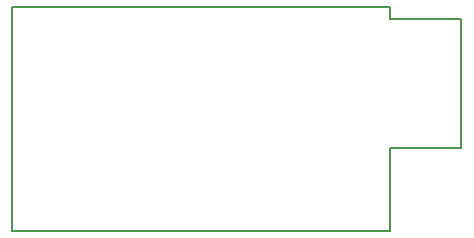
<source format=gbr>
%TF.GenerationSoftware,KiCad,Pcbnew,7.0.2*%
%TF.CreationDate,2023-06-02T20:19:36-04:00*%
%TF.ProjectId,Zaelio_USB_YHP,5a61656c-696f-45f5-9553-425f5948502e,rev?*%
%TF.SameCoordinates,Original*%
%TF.FileFunction,Profile,NP*%
%FSLAX46Y46*%
G04 Gerber Fmt 4.6, Leading zero omitted, Abs format (unit mm)*
G04 Created by KiCad (PCBNEW 7.0.2) date 2023-06-02 20:19:36*
%MOMM*%
%LPD*%
G01*
G04 APERTURE LIST*
%TA.AperFunction,Profile*%
%ADD10C,0.200000*%
%TD*%
G04 APERTURE END LIST*
D10*
%TO.C,v0.0.1*%
X111590000Y-47110000D02*
X143589950Y-47110000D01*
X111590000Y-66110021D02*
X111590000Y-47110000D01*
X143589950Y-47110000D02*
X143589950Y-48110000D01*
X143589950Y-48110000D02*
X149589950Y-48110000D01*
X143589950Y-59110020D02*
X143589950Y-66110021D01*
X143589950Y-66110021D02*
X111590000Y-66110021D01*
X149589950Y-48110000D02*
X149589950Y-59110020D01*
X149589950Y-59110020D02*
X143589950Y-59110020D01*
%TD*%
M02*

</source>
